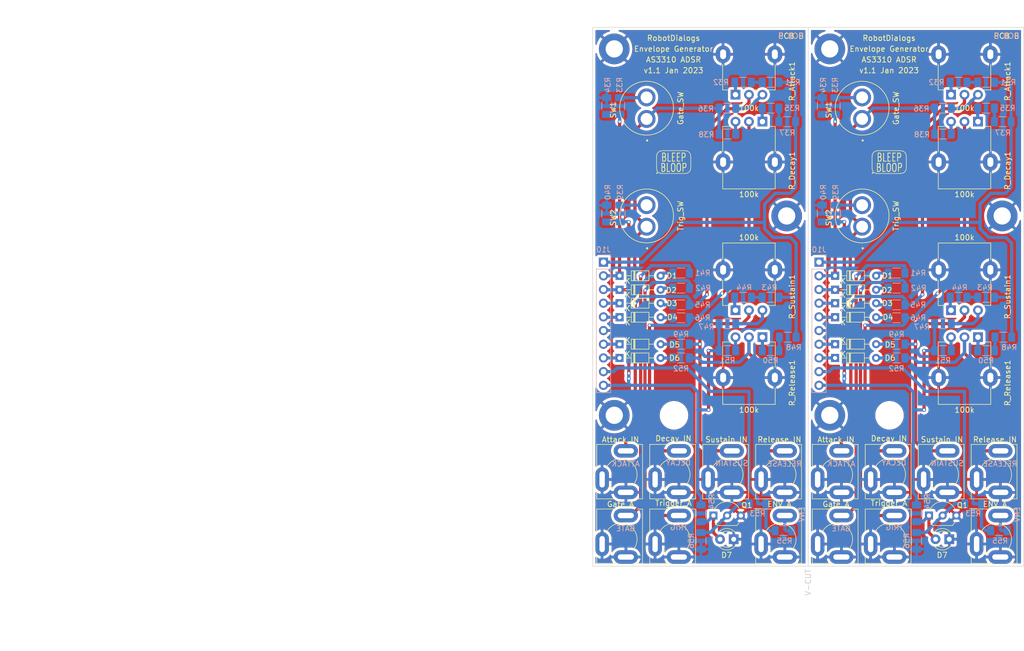
<source format=kicad_pcb>
(kicad_pcb (version 20211014) (generator pcbnew)
  (title_block (title "Envelope Generator AS3310") (date "2023-01-10") (rev "1.1") (company "RobotDialogs"))
  (layers (0 "F.Cu" signal) (31 "B.Cu" signal) (34 "B.Paste" user) (35 "F.Paste" user) (36 "B.SilkS" user "B.Silkscreen") (37 "F.SilkS" user "F.Silkscreen") (38 "B.Mask" user) (39 "F.Mask" user) (44 "Edge.Cuts" user))
  (net 0 "")
  (net 1 "+12V")
  (net 2 "GND")
  (net 3 "-12V")
  (net 4 "Net-(D2-Pad2)")
  (net 5 "Net-(J2-PadT)")
  (net 6 "Net-(D1-Pad2)")
  (net 7 "Net-(D5-Pad2)")
  (net 8 "Net-(D6-Pad2)")
  (net 9 "Net-(D7-Pad2)")
  (net 10 "Net-(D3-Pad2)")
  (net 11 "Net-(D4-Pad2)")
  (net 12 "Net-(Q1-Pad2)")
  (net 13 "Net-(J3-PadT)")
  (net 14 "Net-(J4-PadT)")
  (net 15 "Net-(J5-PadT)")
  (net 16 "Net-(J6-PadT)")
  (net 17 "Net-(R35-Pad2)")
  (net 18 "Net-(R36-Pad2)")
  (net 19 "Net-(R39-Pad1)")
  (net 20 "Net-(J7-PadT)")
  (net 21 "Net-(R31-Pad1)")
  (net 22 "Net-(R32-Pad1)")
  (net 23 "Net-(R33-Pad1)")
  (net 24 "Net-(R35-Pad1)")
  (net 25 "Net-(R38-Pad2)")
  (net 26 "Net-(R43-Pad1)")
  (net 27 "Net-(J8-PadT)")
  (net 28 "Net-(R44-Pad1)")
  (net 29 "Net-(R47-Pad2)")
  (net 30 "Net-(R48-Pad1)")
  (net 31 "FROM_GATE")
  (net 32 "FROM_TRIG")
  (net 33 "FROM_ATT")
  (net 34 "FROM_DEC")
  (net 35 "FROM_SUS")
  (net 36 "FROM_REL")
  (net 37 "TO_OUT")
  (net 38 "Net-(R50-Pad1)")
  (net 39 "Net-(R51-Pad2)")
  (footprint "My Stuff:SW_PS1024ALRED" (layer "F.Cu") (at 150 85 90)
    (fp_text reference "SW2")
    (fp_text value "Trig_SW")
  )
  (footprint "MountingHole:MountingHole_4.3mm_M4_ISO14580" (layer "F.Cu") (at 155.083333 122)
    (fp_text reference "H7" hide)
    (fp_text value "TrimPotHole")
  )
  (footprint "Diode_THT:D_DO-34_SOD68_P7.62mm_Horizontal" (layer "F.Cu") (at 144.985 96.1)
    (fp_text reference "D1")
    (fp_text value "D")
  )
  (footprint "My Stuff:SW_PS1024ALRED" (layer "F.Cu") (at 150 65 90)
    (fp_text reference "SW1")
    (fp_text value "Gate_SW")
  )
  (footprint "My Stuff:Logo1" (layer "F.Cu") (at 195 75)
    (fp_text reference "LOGO1" hide)
    (fp_text value "logo1" hide)
  )
  (footprint "My Stuff:LED_D3.0mm" (layer "F.Cu") (at 204.9 145 180)
    (fp_text reference "D7")
    (fp_text value "LED_A")
  )
  (footprint "Diode_THT:D_DO-34_SOD68_P7.62mm_Horizontal" (layer "F.Cu") (at 144.985 98.7)
    (fp_text reference "D2")
    (fp_text value "D")
  )
  (footprint "Package_TO_SOT_THT:TO-92_Inline_Wide" (layer "F.Cu") (at 162.41 140.6)
    (fp_text reference "Q1")
    (fp_text value "2N3906")
  )
  (footprint "My Stuff:Potentiometer_Alpha_RD901F-40-00D_Single_Vertical_w_3d" (layer "F.Cu") (at 209 55 90)
    (fp_text reference "R_Attack1")
    (fp_text value "100k")
  )
  (footprint "MountingHole:MountingHole_3.2mm_M3_ISO7380_Pad_TopBottom" (layer "F.Cu") (at 176 85)
    (fp_text reference "H4" hide)
    (fp_text value "MountingHole_Pad")
  )
  (footprint "My Stuff:SW_PS1024ALRED" (layer "F.Cu") (at 190 65 90)
    (fp_text reference "SW1")
    (fp_text value "Gate_SW")
  )
  (footprint "My Stuff:Jack_3.5mm_MJ-355W_Vertical" (layer "F.Cu") (at 204.916666 133)
    (fp_text reference "J4")
    (fp_text value "Sustain_IN")
  )
  (footprint "MountingHole:MountingHole_3.2mm_M3_ISO7380_Pad_TopBottom" (layer "F.Cu") (at 144 122)
    (fp_text reference "H6" hide)
    (fp_text value "MountingHole_Pad")
  )
  (footprint "My Stuff:Potentiometer_Alpha_RD901F-40-00D_Single_Vertical_w_3d" (layer "F.Cu") (at 209 75 -90)
    (fp_text reference "R_Decay1")
    (fp_text value "100k")
  )
  (footprint "My Stuff:Jack_3.5mm_MJ-355W_Vertical" (layer "F.Cu") (at 145.25 133)
    (fp_text reference "J2")
    (fp_text value "Attack_IN")
  )
  (footprint "My Stuff:Potentiometer_Alpha_RD901F-40-00D_Single_Vertical_w_3d" (layer "F.Cu") (at 209 115 -90)
    (fp_text reference "R_Release1")
    (fp_text value "100k")
  )
  (footprint "My Stuff:Jack_3.5mm_MJ-355W_Vertical" (layer "F.Cu") (at 195.083333 133)
    (fp_text reference "J3")
    (fp_text value "Decay_IN")
  )
  (footprint "My Stuff:Jack_3.5mm_MJ-355W_Vertical" (layer "F.Cu") (at 155.083333 133)
    (fp_text reference "J3")
    (fp_text value "Decay_IN")
  )
  (footprint "MountingHole:MountingHole_3.2mm_M3_ISO7380_Pad_TopBottom" (layer "F.Cu") (at 144 54)
    (fp_text reference "H2" hide)
    (fp_text value "MountingHole_Pad")
  )
  (footprint "My Stuff:Logo1" (layer "F.Cu") (at 155 75)
    (fp_text reference "LOGO1" hide)
    (fp_text value "logo1" hide)
  )
  (footprint "My Stuff:Jack_3.5mm_MJ-355W_Vertical" (layer "F.Cu") (at 185.25 145)
    (fp_text reference "J6")
    (fp_text value "Gate_A")
  )
  (footprint "My Stuff:Jack_3.5mm_MJ-355W_Vertical" (layer "F.Cu") (at 214.75 133)
    (fp_text reference "J5")
    (fp_text value "Release_IN")
  )
  (footprint "Package_TO_SOT_THT:TO-92_Inline_Wide" (layer "F.Cu") (at 202.41 140.6)
    (fp_text reference "Q1")
    (fp_text value "2N3906")
  )
  (footprint "My Stuff:Potentiometer_Alpha_RD901F-40-00D_Single_Vertical_w_3d" (layer "F.Cu") (at 169 55 90)
    (fp_text reference "R_Attack1")
    (fp_text value "100k")
  )
  (footprint "Diode_THT:D_DO-34_SOD68_P7.62mm_Horizontal" (layer "F.Cu") (at 144.985 101.2)
    (fp_text reference "D3")
    (fp_text value "D")
  )
  (footprint "My Stuff:SW_PS1024ALRED" (layer "F.Cu") (at 190 85 90)
    (fp_text reference "SW2")
    (fp_text value "Trig_SW")
  )
  (footprint "My Stuff:Jack_3.5mm_MJ-355W_Vertical" (layer "F.Cu") (at 185.25 133)
    (fp_text reference "J2")
    (fp_text value "Attack_IN")
  )
  (footprint "Diode_THT:D_DO-34_SOD68_P7.62mm_Horizontal" (layer "F.Cu") (at 184.985 101.2)
    (fp_text reference "D3")
    (fp_text value "D")
  )
  (footprint "My Stuff:Jack_3.5mm_MJ-355W_Vertical" (layer "F.Cu") (at 214.75 145)
    (fp_text reference "J8")
    (fp_text value "ENV_A")
  )
  (footprint "MountingHole:MountingHole_4.3mm_M4_ISO14580" (layer "F.Cu") (at 195.083333 122)
    (fp_text reference "H7" hide)
    (fp_text value "TrimPotHole")
  )
  (footprint "Diode_THT:D_DO-34_SOD68_P7.62mm_Horizontal" (layer "F.Cu") (at 184.985 96.1)
    (fp_text reference "D1")
    (fp_text value "D")
  )
  (footprint "MountingHole:MountingHole_3.2mm_M3_ISO7380_Pad_TopBottom" (layer "F.Cu") (at 216 85)
    (fp_text reference "H4" hide)
    (fp_text value "MountingHole_Pad")
  )
  (footprint "My Stuff:Potentiometer_Alpha_RD901F-40-00D_Single_Vertical_w_3d" (layer "F.Cu") (at 209 95 90)
    (fp_text reference "R_Sustain1")
    (fp_text value "100k")
  )
  (footprint "Diode_THT:D_DO-34_SOD68_P7.62mm_Horizontal" (layer "F.Cu") (at 144.985 103.8)
    (fp_text reference "D4")
    (fp_text value "D")
  )
  (footprint "My Stuff:Jack_3.5mm_MJ-355W_Vertical" (layer "F.Cu") (at 155.083333 145)
    (fp_text reference "J7")
    (fp_text value "Trigger_A")
  )
  (footprint "My Stuff:Jack_3.5mm_MJ-355W_Vertical" (layer "F.Cu") (at 164.916666 133)
    (fp_text reference "J4")
    (fp_text value "Sustain_IN")
  )
  (footprint "Diode_THT:D_DO-34_SOD68_P7.62mm_Horizontal" (layer "F.Cu") (at 184.985 108.8)
    (fp_text reference "D5")
    (fp_text value "D")
  )
  (footprint "My Stuff:Jack_3.5mm_MJ-355W_Vertical" (layer "F.Cu") (at 145.25 145)
    (fp_text reference "J6")
    (fp_text value "Gate_A")
  )
  (footprint "Diode_THT:D_DO-34_SOD68_P7.62mm_Horizontal" (layer "F.Cu") (at 144.975 111.36)
    (fp_text reference "D6")
    (fp_text value "D")
  )
  (footprint "My Stuff:Jack_3.5mm_MJ-355W_Vertical" (layer "F.Cu") (at 195.083333 145)
    (fp_text reference "J7")
    (fp_text value "Trigger_A")
  )
  (footprint "Diode_THT:D_DO-34_SOD68_P7.62mm_Horizontal" (layer "F.Cu") (at 144.985 108.8)
    (fp_text reference "D5")
    (fp_text value "D")
  )
  (footprint "MountingHole:MountingHole_3.2mm_M3_ISO7380_Pad_TopBottom" (layer "F.Cu") (at 184 122)
    (fp_text reference "H6" hide)
    (fp_text value "MountingHole_Pad")
  )
  (footprint "My Stuff:Jack_3.5mm_MJ-355W_Vertical" (layer "F.Cu") (at 174.75 133)
    (fp_text reference "J5")
    (fp_text value "Release_IN")
  )
  (footprint "Diode_THT:D_DO-34_SOD68_P7.62mm_Horizontal" (layer "F.Cu") (at 184.975 111.36)
    (fp_text reference "D6")
    (fp_text value "D")
  )
  (footprint "Diode_THT:D_DO-34_SOD68_P7.62mm_Horizontal" (layer "F.Cu") (at 184.985 103.8)
    (fp_text reference "D4")
    (fp_text value "D")
  )
  (footprint "Diode_THT:D_DO-34_SOD68_P7.62mm_Horizontal" (layer "F.Cu") (at 184.985 98.7)
    (fp_text reference "D2")
    (fp_text value "D")
  )
  (footprint "My Stuff:Jack_3.5mm_MJ-355W_Vertical" (layer "F.Cu") (at 174.75 145)
    (fp_text reference "J8")
    (fp_text value "ENV_A")
  )
  (footprint "My Stuff:Potentiometer_Alpha_RD901F-40-00D_Single_Vertical_w_3d" (layer "F.Cu") (at 169 75 -90)
    (fp_text reference "R_Decay1")
    (fp_text value "100k")
  )
  (footprint "My Stuff:Potentiometer_Alpha_RD901F-40-00D_Single_Vertical_w_3d" (layer "F.Cu") (at 169 115 -90)
    (fp_text reference "R_Release1")
    (fp_text value "100k")
  )
  (footprint "My Stuff:Potentiometer_Alpha_RD901F-40-00D_Single_Vertical_w_3d" (layer "F.Cu") (at 169 95 90)
    (fp_text reference "R_Sustain1")
    (fp_text value "100k")
  )
  (footprint "MountingHole:MountingHole_3.2mm_M3_ISO7380_Pad_TopBottom" (layer "F.Cu") (at 184 54)
    (fp_text reference "H2" hide)
    (fp_text value "MountingHole_Pad")
  )
  (footprint "My Stuff:LED_D3.0mm" (layer "F.Cu") (at 164.9 145 180)
    (fp_text reference "D7")
    (fp_text value "LED_A")
  )
  (footprint "Resistor_SMD:R_1206_3216Metric_Pad1.30x1.75mm_HandSolder" (layer "B.Cu") (at 196.4 108.8 180)
    (fp_text reference "R49")
    (fp_text value "1k")
  )
  (footprint "Resistor_SMD:R_1206_3216Metric_Pad1.30x1.75mm_HandSolder" (layer "B.Cu") (at 196.39 111.36 180)
    (fp_text reference "R52")
    (fp_text value "1k")
  )
  (footprint "Resistor_SMD:R_1206_3216Metric_Pad1.30x1.75mm_HandSolder" (layer "B.Cu") (at 207.9 60.2)
    (fp_text reference "R32")
    (fp_text value "100k")
  )
  (footprint "Resistor_SMD:R_1206_3216Metric_Pad1.30x1.75mm_HandSolder" (layer "B.Cu") (at 167.9 100.1)
    (fp_text reference "R44")
    (fp_text value "100k")
  )
  (footprint "Resistor_SMD:R_1206_3216Metric_Pad1.30x1.75mm_HandSolder" (layer "B.Cu") (at 196.4 95.6 180)
    (fp_text reference "R41")
    (fp_text value "1k")
  )
  (footprint "Resistor_SMD:R_1206_3216Metric_Pad1.30x1.75mm_HandSolder" (layer "B.Cu") (at 213 100.1)
    (fp_text reference "R43")
    (fp_text value "10k")
  )
  (footprint "Resistor_SMD:R_1206_3216Metric_Pad1.30x1.75mm_HandSolder" (layer "B.Cu") (at 173 60.2)
    (fp_text reference "R31")
    (fp_text value "10k")
  )
  (footprint "Resistor_SMD:R_1206_3216Metric_Pad1.30x1.75mm_HandSolder" (layer "B.Cu") (at 213 110)
    (fp_text reference "R50")
    (fp_text value "100k")
  )
  (footprint "Resistor_SMD:R_1206_3216Metric_Pad1.30x1.75mm_HandSolder" (layer "B.Cu") (at 165 65)
    (fp_text reference "R36")
    (fp_text value "10k")
  )
  (footprint "Resistor_SMD:R_1206_3216Metric_Pad1.30x1.75mm_HandSolder" (layer "B.Cu") (at 142.6 64.6 90)
    (fp_text reference "R34")
    (fp_text value "10k")
  )
  (footprint "Resistor_SMD:R_1206_3216Metric_Pad1.30x1.75mm_HandSolder" (layer "B.Cu") (at 205 105)
    (fp_text reference "R47")
    (fp_text value "10k")
  )
  (footprint "Resistor_SMD:R_1206_3216Metric_Pad1.30x1.75mm_HandSolder" (layer "B.Cu") (at 176.2 107.5)
    (fp_text reference "R48")
    (fp_text value "10k")
  )
  (footprint "Resistor_SMD:R_1206_3216Metric_Pad1.30x1.75mm_HandSolder" (layer "B.Cu") (at 165 69.8)
    (fp_text reference "R38")
    (fp_text value "10k")
  )
  (footprint "Resistor_SMD:R_1206_3216Metric_Pad1.30x1.75mm_HandSolder" (layer "B.Cu") (at 175.4 143.4 180)
    (fp_text reference "R55")
    (fp_text value "1k")
  )
  (footprint "Resistor_SMD:R_1206_3216Metric_Pad1.30x1.75mm_HandSolder" (layer "B.Cu") (at 216.1 67.5)
    (fp_text reference "R37")
    (fp_text value "10k")
  )
  (footprint "Resistor_SMD:R_1206_3216Metric_Pad1.30x1.75mm_HandSolder" (layer "B.Cu") (at 216.2 107.5)
    (fp_text reference "R48")
    (fp_text value "10k")
  )
  (footprint "Resistor_SMD:R_1206_3216Metric_Pad1.30x1.75mm_HandSolder" (layer "B.Cu") (at 200.1 145.3 -90)
    (fp_text reference "R56")
    (fp_text value "22k")
  )
  (footprint "Resistor_SMD:R_1206_3216Metric_Pad1.30x1.75mm_HandSolder" (layer "B.Cu") (at 173 100.1)
    (fp_text reference "R43")
    (fp_text value "10k")
  )
  (footprint "Resistor_SMD:R_1206_3216Metric_Pad1.30x1.75mm_HandSolder" (layer "B.Cu") (at 156.4 98.4 180)
    (fp_text reference "R42")
    (fp_text value "1k")
  )
  (footprint "Resistor_SMD:R_1206_3216Metric_Pad1.30x1.75mm_HandSolder" (layer "B.Cu") (at 215.4 143.4 180)
    (fp_text reference "R55")
    (fp_text value "1k")
  )
  (footprint "Resistor_SMD:R_1206_3216Metric_Pad1.30x1.75mm_HandSolder" (layer "B.Cu") (at 167.9 60.2)
    (fp_text reference "R32")
    (fp_text value "100k")
  )
  (footprint "Resistor_SMD:R_1206_3216Metric_Pad1.30x1.75mm_HandSolder" (layer "B.Cu") (at 213 60.2)
    (fp_text reference "R31")
    (fp_text value "10k")
  )
  (footprint "Resistor_SMD:R_1206_3216Metric_Pad1.30x1.75mm_HandSolder" (layer "B.Cu") (at 156.4 108.8 180)
    (fp_text reference "R49")
    (fp_text value "1k")
  )
  (footprint "Resistor_SMD:R_1206_3216Metric_Pad1.30x1.75mm_HandSolder" (layer "B.Cu") (at 182.6 64.6 90)
    (fp_text reference "R34")
    (fp_text value "10k")
  )
  (footprint "Resistor_SMD:R_1206_3216Metric_Pad1.30x1.75mm_HandSolder" (layer "B.Cu") (at 142.6 84.550001 90)
    (fp_text reference "R40")
    (fp_text value "10k")
  )
  (footprint "Resistor_SMD:R_1206_3216Metric_Pad1.30x1.75mm_HandSolder" (layer "B.Cu") (at 205 69.8)
    (fp_text reference "R38")
    (fp_text value "10k")
  )
  (footprint "Resistor_SMD:R_1206_3216Metric_Pad1.30x1.75mm_HandSolder" (layer "B.Cu") (at 182.6 84.550001 90)
    (fp_text reference "R40")
    (fp_text value "10k")
  )
  (footprint "Resistor_SMD:R_1206_3216Metric_Pad1.30x1.75mm_HandSolder" (layer "B.Cu") (at 205 110)
    (fp_text reference "R51")
    (fp_text value "10k")
  )
  (footprint "Resistor_SMD:R_1206_3216Metric_Pad1.30x1.75mm_HandSolder" (layer "B.Cu") (at 185 64.6 -90)
    (fp_text reference "R33")
    (fp_text value "4.7k")
  )
  (footprint "Resistor_SMD:R_1206_3216Metric_Pad1.30x1.75mm_HandSolder" (layer "B.Cu") (at 165 110)
    (fp_text reference "R51")
    (fp_text value "10k")
  )
  (footprint "Resistor_SMD:R_1206_3216Metric_Pad1.30x1.75mm_HandSolder" (layer "B.Cu") (at 156.4 95.6 180)
    (fp_text reference "R41")
    (fp_text value "1k")
  )
  (footprint "Resistor_SMD:R_1206_3216Metric_Pad1.30x1.75mm_HandSolder" (layer "B.Cu") (at 165 105)
    (fp_text reference "R47")
    (fp_text value "10k")
  )
  (footprint "Resistor_SMD:R_1206_3216Metric_Pad1.30x1.75mm_HandSolder" (layer "B.Cu") (at 176.1 67.5)
    (fp_text reference "R37")
    (fp_text value "10k")
  )
  (footprint "Resistor_SMD:R_1206_3216Metric_Pad1.30x1.75mm_HandSolder" (layer "B.Cu") (at 173 65)
    (fp_text reference "R35")
    (fp_text value "100k")
  )
  (footprint "Resistor_SMD:R_1206_3216Metric_Pad1.30x1.75mm_HandSolder" (layer "B.Cu") (at 200.1 140.2 -90)
    (fp_text reference "R54")
    (fp_text value "3.3k")
  )
  (footprint "Resistor_SMD:R_1206_3216Metric_Pad1.30x1.75mm_HandSolder" (layer "B.Cu") (at 207.9 100.1)
    (fp_text reference "R44")
    (fp_text value "100k")
  )
  (footprint "Resistor_SMD:R_1206_3216Metric_Pad1.30x1.75mm_HandSolder" (layer "B.Cu") (at 210.6 138.4)
    (fp_text reference "R53")
    (fp_text value "100k")
  )
  (footprint "Resistor_SMD:R_1206_3216Metric_Pad1.30x1.75mm_HandSolder" (layer "B.Cu") (at 185.099999 84.55 -90)
    (fp_text reference "R39")
    (fp_text value "4.7k")
  )
  (footprint "Resistor_SMD:R_1206_3216Metric_Pad1.30x1.75mm_HandSolder" (layer "B.Cu") (at 156.39 111.36 180)
    (fp_text reference "R52")
    (fp_text value "1k")
  )
  (footprint "Resistor_SMD:R_1206_3216Metric_Pad1.30x1.75mm_HandSolder" (layer "B.Cu") (at 160.1 140.2 -90)
    (fp_text reference "R54")
    (fp_text value "3.3k")
  )
  (footprint "Resistor_SMD:R_1206_3216Metric_Pad1.30x1.75mm_HandSolder" (layer "B.Cu") (at 156.4 101.5 180)
    (fp_text reference "R45")
    (fp_text value "1k")
  )
  (footprint "Resistor_SMD:R_1206_3216Metric_Pad1.30x1.75mm_HandSolder" (layer "B.Cu") (at 145.099999 84.55 -90)
    (fp_text reference "R39")
    (fp_text value "4.7k")
  )
  (footprint "Resistor_SMD:R_1206_3216Metric_Pad1.30x1.75mm_HandSolder" (layer "B.Cu") (at 205 65)
    (fp_text reference "R36")
    (fp_text value "10k")
  )
  (footprint "Resistor_SMD:R_1206_3216Metric_Pad1.30x1.75mm_HandSolder" (layer "B.Cu") (at 170.6 138.4)
    (fp_text reference "R53")
    (fp_text value "100k")
  )
  (footprint "Resistor_SMD:R_1206_3216Metric_Pad1.30x1.75mm_HandSolder" (layer "B.Cu") (at 160.1 145.3 -90)
    (fp_text reference "R56")
    (fp_text value "22k")
  )
  (footprint "Resistor_SMD:R_1206_3216Metric_Pad1.30x1.75mm_HandSolder" (layer "B.Cu") (at 213 65)
    (fp_text reference "R35")
    (fp_text value "100k")
  )
  (footprint "Connector_PinHeader_2.54mm:PinHeader_1x10_P2.54mm_Vertical" (layer "B.Cu") (at 182 93.575 180)
    (fp_text reference "J10")
    (fp_text value "Conn_01x10")
  )
  (footprint "Connector_PinHeader_2.54mm:PinHeader_1x10_P2.54mm_Vertical" (layer "B.Cu") (at 142 93.575 180)
    (fp_text reference "J10")
    (fp_text value "Conn_01x10")
  )
  (footprint "Resistor_SMD:R_1206_3216Metric_Pad1.30x1.75mm_HandSolder" (layer "B.Cu") (at 196.4 103.9 180)
    (fp_text reference "R46")
    (fp_text value "1k")
  )
  (footprint "Resistor_SMD:R_1206_3216Metric_Pad1.30x1.75mm_HandSolder" (layer "B.Cu") (at 156.4 103.9 180)
    (fp_text reference "R46")
    (fp_text value "1k")
  )
  (footprint "Resistor_SMD:R_1206_3216Metric_Pad1.30x1.75mm_HandSolder" (layer "B.Cu") (at 173 110)
    (fp_text reference "R50")
    (fp_text value "100k")
  )
  (footprint "Resistor_SMD:R_1206_3216Metric_Pad1.30x1.75mm_HandSolder" (layer "B.Cu") (at 196.4 98.4 180)
    (fp_text reference "R42")
    (fp_text value "1k")
  )
  (footprint "Resistor_SMD:R_1206_3216Metric_Pad1.30x1.75mm_HandSolder" (layer "B.Cu") (at 196.4 101.5 180)
    (fp_text reference "R45")
    (fp_text value "1k")
  )
  (footprint "Resistor_SMD:R_1206_3216Metric_Pad1.30x1.75mm_HandSolder" (layer "B.Cu") (at 145 64.6 -90)
    (fp_text reference "R33")
    (fp_text value "4.7k")
  )
  (gr_rect (start 140 50) (end 220 150) (layer "Edge.Cuts") (width 0.1) (fill none))
  (gr_line (start 180 150) (end 180 50) (layer "Edge.Cuts") (width 0.1))
  (gr_text "GATE" (at 186.1 143) (layer "B.SilkS") (effects (font (size 1 1)) (justify mirror)))
  (gr_text "RELEASE" (at 215.6 131) (layer "B.SilkS") (effects (font (size 1 1)) (justify mirror)))
  (gr_text "ATTACK" (at 146.1 131) (layer "B.SilkS") (effects (font (size 1 1)) (justify mirror)))
  (gr_text "ATTACK" (at 186.1 131) (layer "B.SilkS") (effects (font (size 1 1)) (justify mirror)))
  (gr_text "TRIG" (at 156 142.8) (layer "B.SilkS") (effects (font (size 1 1)) (justify mirror)))
  (gr_text "SUSTAIN" (at 205.8 130.9) (layer "B.SilkS") (effects (font (size 1 1)) (justify mirror)))
  (gr_text "DECAY" (at 155.9 130.8) (layer "B.SilkS") (effects (font (size 1 1)) (justify mirror)))
  (gr_text "DECAY" (at 195.9 130.8) (layer "B.SilkS") (effects (font (size 1 1)) (justify mirror)))
  (gr_text "PCB B" (at 176.8 51.6) (layer "B.SilkS") (effects (font (size 1 1)) (justify mirror)))
  (gr_text "SUSTAIN" (at 165.8 130.9) (layer "B.SilkS") (effects (font (size 1 1)) (justify mirror)))
  (gr_text "TRIG" (at 196 142.8) (layer "B.SilkS") (effects (font (size 1 1)) (justify mirror)))
  (gr_text "ENV" (at 218.8 140.4 90) (layer "B.SilkS") (effects (font (size 1 1)) (justify mirror)))
  (gr_text "ENV" (at 178.8 140.4 90) (layer "B.SilkS") (effects (font (size 1 1)) (justify mirror)))
  (gr_text "PCB B" (at 216.8 51.6) (layer "B.SilkS") (effects (font (size 1 1)) (justify mirror)))
  (gr_text "GATE" (at 146.1 143) (layer "B.SilkS") (effects (font (size 1 1)) (justify mirror)))
  (gr_text "RELEASE" (at 175.6 131) (layer "B.SilkS") (effects (font (size 1 1)) (justify mirror)))
  (gr_text "PCB B" (at 216.8 51.6) (layer "F.SilkS") (effects (font (size 1 1))))
  (gr_text "AS3310 ADSR" (at 195 56) (layer "F.SilkS") (effects (font (size 1 1))))
  (gr_text "Envelope Generator" (at 155 54) (layer "F.SilkS") (effects (font (size 1 1))))
  (gr_text "v1.1 Jan 2023" (at 195 58) (layer "F.SilkS") (effects (font (size 1 1))))
  (gr_text "RobotDialogs\n" (at 155 52) (layer "F.SilkS") (effects (font (size 1 1))))
  (gr_text "PCB B" (at 176.8 51.6) (layer "F.SilkS") (effects (font (size 1 1))))
  (gr_text "RobotDialogs\n" (at 195 52) (layer "F.SilkS") (effects (font (size 1 1))))
  (gr_text "Envelope Generator" (at 195 54) (layer "F.SilkS") (effects (font (size 1 1))))
  (gr_text "v1.1 Jan 2023" (at 155 58) (layer "F.SilkS") (effects (font (size 1 1))))
  (gr_text "AS3310 ADSR" (at 155 56) (layer "F.SilkS") (effects (font (size 1 1))))
  (gr_text "V-CUT" (at 180 153 90) (layer "Edge.Cuts") (effects (font (size 1 1))))
  (segment (start 187.840489 84.840489) (end 187.840489 69.159511) (width 0.6) (layer "F.Cu") (net 1))
  (segment (start 186.7 100.9) (end 187.8 99.8) (width 0.6) (layer "F.Cu") (net 1))
  (segment (start 147.840489 84.840489) (end 147.840489 69.159511) (width 0.6) (layer "F.Cu") (net 1))
  (segment (start 161.5 110) (end 161.5 121) (width 0.6) (layer "F.Cu") (net 1))
  (segment (start 187.8 99.8) (end 187.8 89.2) (width 0.6) (layer "F.Cu") (net 1))
  (segment (start 147.840489 69.159511) (end 150 67) (width 0.6) (layer "F.Cu") (net 1))
  (segment (start 186.7 114.2) (end 186.7 100.9) (width 0.6) (layer "F.Cu") (net 1))
  (segment (start 187.8 89.2) (end 190 87) (width 0.6) (layer "F.Cu") (net 1))
  (segment (start 146.7 114.2) (end 146.7 100.9) (width 0.6) (layer "F.Cu") (net 1))
  (segment (start 201.5 110) (end 201.5 121) (width 0.6) (layer "F.Cu") (net 1))
  (segment (start 187.840489 69.159511) (end 190 67) (width 0.6) (layer "F.Cu") (net 1))
  (segment (start 146.7 100.9) (end 147.8 99.8) (width 0.6) (layer "F.Cu") (net 1))
  (segment (start 190 87) (end 187.840489 84.840489) (width 0.6) (layer "F.Cu") (net 1))
  (segment (start 146.7 115.2) (end 146.7 114.2) (width 0.6) (layer "F.Cu") (net 1))
  (segment (start 147.8 99.8) (end 147.8 89.2) (width 0.6) (layer "F.Cu") (net 1))
  (segment (start 186.7 115.2) (end 186.7 114.2) (width 0.6) (layer "F.Cu") (net 1))
  (segment (start 150 87) (end 147.840489 84.840489) (width 0.6) (layer "F.Cu") (net 1))
  (segment (start 147.8 89.2) (end 150 87) (width 0.6) (layer "F.Cu") (net 1))
  (via (at 161.5 121) (size 0.7) (drill 0.4) (layers "F.Cu" "B.Cu") (net 1))
  (via (at 186.7 115.2) (size 0.7) (drill 0.4) (layers "F.Cu" "B.Cu") (net 1))
  (via (at 201.5 110) (size 0.7) (drill 0.4) (layers "F.Cu" "B.Cu") (net 1))
  (via (at 201.5 121) (size 0.7) (drill 0.4) (layers "F.Cu" "B.Cu") (net 1))
  (via (at 161.5 110) (size 0.7) (drill 0.4) (layers "F.Cu" "B.Cu") (net 1))
  (via (at 146.7 114.2) (size 0.7) (drill 0.4) (layers "F.Cu" "B.Cu") (net 1))
  (via (at 186.7 114.2) (size 0.7) (drill 0.4) (layers "F.Cu" "B.Cu") (net 1))
  (via (at 146.7 115.2) (size 0.7) (drill 0.4) (layers "F.Cu" "B.Cu") (net 1))
  (segment (start 199.5 136.4) (end 199.5 121) (width 0.6) (layer "B.Cu") (net 1))
  (segment (start 201.5 121) (end 199.5 121) (width 0.6) (layer "B.Cu") (net 1))
  (segment (start 186.665 115.235) (end 186.7 115.2) (width 0.6) (layer "B.Cu") (net 1))
  (segment (start 203.45 110) (end 201.5 110) (width 0.6) (layer "B.Cu") (net 1))
  (segment (start 146.7 114.2) (end 146.7 115.2) (width 0.6) (layer "B.Cu") (net 1))
  (segment (start 203.45 110) (end 203.45 105) (width 0.6) (layer "B.Cu") (net 1))
  (segment (start 186.7 114.2) (end 186.7 115.2) (width 0.6) (layer "B.Cu") (net 1))
  (segment (start 146.665 116.435) (end 146.665 115.235) (width 0.6) (layer "B.Cu") (net 1))
  (segment (start 203.45 69.8) (end 203.45 65) (width 0.6) (layer "B.Cu") (net 1))
  (segment (start 203.45 65) (end 192 65) (width 0.6) (layer "B.Cu") (net 1))
  (segment (start 161.5 121) (end 159.5 121) (width 0.6) (layer "B.Cu") (net 1))
  (segment (start 186.665 116.435) (end 186.665 115.235) (width 0.6) (layer "B.Cu") (net 1))
  (segment (start 159.5 117.67) (end 158.265 116.435) (width 0.6) (layer "B.Cu") (net 1))
  (segment (start 199.5 121) (end 199.5 117.67) (width 0.6) (layer "B.Cu") (net 1))
  (segment (start 146.665 115.235) (end 146.7 115.2) (width 0.6) (layer "B.Cu") (net 1))
  (segment (start 182 116.435) (end 186.665 116.435) (width 0.6) (layer "B.Cu") (net 1))
  (segment (start 192 65) (end 190 67) (width 0.6) (layer "B.Cu") (net 1))
  (segment (start 146.665 116.435) (end 158.265 116.435) (width 0.6) (layer "B.Cu") (net 1))
  (segment (start 200.1 137) (end 199.5 136.4) (width 0.6) (layer "B.Cu") (net 1))
  (segment (start 163.45 65) (end 152 65) (width 0.6) (layer "B.Cu") (net 1))
  (segment (start 163.45 110) (end 163.45 105) (width 0.6) (layer "B.Cu") (net 1))
  (segment (start 159.5 136.4) (end 159.5 121) (width 0.6) (layer "B.Cu") (net 1))
  (segment (start 160.1 137) (end 159.5 136.4) (width 0.6) (layer "B.Cu") (net 1))
  (segment (start 142 116.435) (end 146.665 116.435) (width 0.6) (layer "B.Cu") (net 1))
  (segment (start 163.45 110) (end 161.5 110) (width 0.6) (layer "B.Cu") (net 1))
  (segment (start 160.1 138.65) (end 160.1 137) (width 0.6) (layer "B.Cu") (net 1))
  (segment (start 186.665 116.435) (end 198.265 116.435) (width 0.6) (layer "B.Cu") (net 1))
  (segment (start 159.5 121) (end 159.5 117.67) (width 0.6) (layer "B.Cu") (net 1))
  (segment (start 152 65) (end 150 67) (width 0.6) (layer "B.Cu") (net 1))
  (segment (start 199.5 117.67) (end 198.265 116.435) (width 0.6) (layer "B.Cu") (net 1))
  (segment (start 200.1 138.65) (end 200.1 137) (width 0.6) (layer "B.Cu") (net 1))
  (segment (start 163.45 69.8) (end 163.45 65) (width 0.6) (layer "B.Cu") (net 1))
  (segment (start 174.55 60.2) (end 177.2 60.2) (width 0.6) (layer "B.Cu") (net 3))
  (segment (start 171.9 86.2) (end 171.9 87.4) (width 0.6) (layer "B.Cu") (net 3))
  (segment (start 217.65 67.5) (end 217.65 79.75) (width 0.6) (layer "B.Cu") (net 3))
  (segment (start 174.55 100.1) (end 177.7 100.1) (width 0.6) (layer "B.Cu") (net 3))
  (segment (start 211.9 82.8) (end 211.9 86.2) (width 0.6) (layer "B.Cu") (net 3))
  (segment (start 177.65 79.75) (end 176.6 80.8) (width 0.6) (layer "B.Cu") (net 3))
  (segment (start 214.55 60.2) (end 217.2 60.2) (width 0.6) (layer "B.Cu") (net 3))
  (segment (start 177.7 100.1) (end 177.75 100.15) (width 0.6) (layer "B.Cu") (net 3))
  (segment (start 171.9 82.8) (end 171.9 86.2) (width 0.6) (layer "B.Cu") (net 3))
  (segment (start 171.9 87.4) (end 173.5 89) (width 0.6) (layer "B.Cu") (net 3))
  (segment (start 211.9 86.2) (end 211.9 87.4) (width 0.6) (layer "B.Cu") (net 3))
  (segment (start 149.225 93.575) (end 156.6 86.2) (width 0.6) (layer "B.Cu") (net 3))
  (segment (start 214.55 100.1) (end 217.7 100.1) (width 0.6) (layer "B.Cu") (net 3))
  (segment (start 177.2 60.2) (end 177.65 60.65) (width 0.6) (layer "B.Cu") (net 3))
  (segment (start 196.6 86.2) (end 211.9 86.2) (width 0.6) (layer "B.Cu") (net 3))
  (segment (start 216.6 80.8) (end 213.9 80.8) (width 0.6) (layer "B.Cu") (net 3))
  (segment (start 217.65 79.75) (end 216.6 80.8) (width 0.6) (layer "B.Cu") (net 3))
  (segment (start 156.6 86.2) (end 171.9 86.2) (width 0.6) (layer "B.Cu") (net 3))
  (segment (start 211.9 82.8) (end 213.9 80.8) (width 0.6) (layer "B.Cu") (net 3))
  (segment (start 176.7 89) (end 177.75 90.05) (width 0.6) (layer "B.Cu") (net 3))
  (segment (start 171.9 82.8) (end 173.9 80.8) (width 0.6) (layer "B.Cu") (net 3))
  (segment (start 177.65 67.5) (end 177.65 79.75) (width 0.6) (layer "B.Cu") (net 3))
  (segment (start 213.5 89) (end 216.7 89) (width 0.6) (layer "B.Cu") (net 3))
  (segment (start 142 93.575) (end 149.225 93.575) (width 0.6) (layer "B.Cu") (net 3))
  (segment (start 211.9 87.4) (end 213.5 89) (width 0.6) (layer "B.Cu") (net 3))
  (segment (start 177.75 90.05) (end 177.75 100.15) (width 0.6) (layer "B.Cu") (net 3))
  (segment (start 189.225 93.575) (end 196.6 86.2) (width 0.6) (layer "B.Cu") (net 3))
  (segment (start 217.75 90.05) (end 217.75 100.15) (width 0.6) (layer "B.Cu") (net 3))
  (segment (start 182 93.575) (end 189.225 93.575) (width 0.6) (layer "B.Cu") (net 3))
  (segment (start 216.7 89) (end 217.75 90.05) (width 0.6) (layer "B.Cu") (net 3))
  (segment (start 176.6 80.8) (end 173.9 80.8) (width 0.6) (layer "B.Cu") (net 3))
  (segment (start 217.7 100.1) (end 217.75 100.15) (width 0.6) (layer "B.Cu") (net 3))
  (segment (start 173.5 89) (end 176.7 89) (width 0.6) (layer "B.Cu") (net 3))
  (segment (start 217.75 100.15) (end 217.75 107.5) (width 0.6) (layer "B.Cu") (net 3))
  (segment (start 177.65 60.65) (end 177.65 67.5) (width 0.6) (layer "B.Cu") (net 3))
  (segment (start 217.65 60.65) (end 217.65 67.5) (width 0.6) (layer "B.Cu") (net 3))
  (segment (start 217.2 60.2) (end 217.65 60.65) (width 0.6) (layer "B.Cu") (net 3))
  (segment (start 177.75 100.15) (end 177.75 107.5) (width 0.6) (layer "B.Cu") (net 3))
  (segment (start 152.905 98.4) (end 152.605 98.7) (width 0.6) (layer "B.Cu") (net 4))
  (segment (start 154.85 98.4) (end 152.905 98.4) (width 0.6) (layer "B.Cu") (net 4))
  (segment (start 192.905 98.4) (end 192.605 98.7) (width 0.6) (layer "B.Cu") (net 4))
  (segment (start 194.85 98.4) (end 192.905 98.4) (width 0.6) (layer "B.Cu") (net 4))
  (segment (start 209 64) (end 209 62.5) (width 0.6) (layer "F.Cu") (net 5))
  (segment (start 187.9 101.3) (end 187.9 101.2) (width 0.6) (layer "F.Cu") (net 5))
  (segment (start 147.9 101.3) (end 147.9 101.2) (width 0.6) (layer "F.Cu") (net 5))
  (segment (start 187.9 124.9) (end 187.9 101.3) (width 0.6) (layer "F.Cu") (net 5))
  (segment (start 201.2 68.8) (end 204.9 65.1) (width 0.6) (layer "F.Cu") (net 5))
  (segment (start 164.9 65.1) (end 167.9 65.1) (width 0.6) (layer "F.Cu") (net 5))
  (segment (start 161.2 68.8) (end 164.9 65.1) (width 0.6) (layer "F.Cu") (net 5))
  (segment (start 204.9 65.1) (end 207.9 65.1) (width 0.6) (layer "F.Cu") (net 5))
  (segment (start 186.15 128.6) (end 186.15 126.65) (width 0.6) (layer "F.Cu") (net 5))
  (segment (start 147.9 124.9) (end 147.9 101.3) (width 0.6) (layer "F.Cu") (net 5))
  (segment (start 169 64) (end 169 62.5) (width 0.6) (layer "F.Cu") (net 5))
  (segment (start 146.15 126.65) (end 147.9 124.9) (width 0.6) (layer "F.Cu") (net 5))
  (segment (start 167.9 65.1) (end 169 64) (width 0.6) (layer "F.Cu") (net 5))
  (segment (start 186.15 126.65) (end 187.9 124.9) (width 0.6) (layer "F.Cu") (net 5))
  (segment (start 161.2 99.6) (end 161.2 68.8) (width 0.6) (layer "F.Cu") (net 5))
  (segment (start 207.9 65.1) (end 209 64) (width 0.6) (layer "F.Cu") (net 5))
  (segment (start 201.2 99.6) (end 201.2 68.8) (width 0.6) (layer "F.Cu") (net 5))
  (segment (start 146.15 128.6) (end 146.15 126.65) (width 0.6) (layer "F.Cu") (net 5))
  (via (at 201.2 99.6) (size 0.7) (drill 0.4) (layers "F.Cu" "B.Cu") (net 5))
  (via (at 187.9 101.2) (size 0.7) (drill 0.4) (layers "F.Cu" "B.Cu") (net 5))
  (via (at 147.9 101.2) (size 0.7) (drill 0.4) (layers "F.Cu" "B.Cu") (net 5))
  (via (at 161.2 99.6) (size 0.7) (drill 0.4) (layers "F.Cu" "B.Cu") (net 5))
  (segment (start 159.3 101.5) (end 161.2 99.6) (width 0.6) (layer "B.Cu") (net 5))
  (segment (start 199.3 101.5) (end 201.2 99.6) (width 0.6) (layer "B.Cu") (net 5))
  (segment (start 197.95 101.5) (end 199.3 101.5) (width 0.6) (layer "B.Cu") (net 5))
  (segment (start 147.9 101.2) (end 149.150489 99.949511) (width 0.6) (layer "B.Cu") (net 5))
  (segment (start 197.95 100.45) (end 197.95 101.9) (width 0.6) (layer "B.Cu") (net 5))
  (segment (start 157.95 100.45) (end 157.95 101.9) (width 0.6) (layer "B.Cu") (net 5))
  (segment (start 157.449511 99.949511) (end 157.95 100.45) (width 0.6) (layer "B.Cu") (net 5))
  (segment (start 157.95 101.5) (end 159.3 101.5) (width 0.6) (layer "B.Cu") (net 5))
  (segment (start 149.150489 99.949511) (end 157.449511 99.949511) (width 0.6) (layer "B.Cu") (net 5))
  (segment (start 189.150489 99.949511) (end 197.449511 99.949511) (width 0.6) (layer "B.Cu") (net 5))
  (segment (start 197.449511 99.949511) (end 197.95 100.45) (width 0.6) (layer "B.Cu") (net 5))
  (segment (start 187.9 101.2) (end 189.150489 99.949511) (width 0.6) (layer "B.Cu") (net 5))
  (segment (start 194.85 95.6) (end 193.105 95.6) (width 0.6) (layer "B.Cu") (net 6))
  (segment (start 154.85 95.6) (end 153.105 95.6) (width 0.6) (layer "B.Cu") (net 6))
  (segment (start 153.105 95.6) (end 152.605 96.1) (width 0.6) (layer "B.Cu") (net 6))
  (segment (start 193.105 95.6) (end 192.605 96.1) (width 0.6) (layer "B.Cu") (net 6))
  (segment (start 194.85 108.8) (end 192.605 108.8) (width 0.6) (layer "B.Cu") (net 7))
  (segment (start 154.85 108.8) (end 152.605 108.8) (width 0.6) (layer "B.Cu") (net 7))
  (segment (start 192.595 111.36) (end 194.84 111.36) (width 0.6) (layer "B.Cu") (net 8))
  (segment (start 152.595 111.36) (end 154.84 111.36) (width 0.6) (layer "B.Cu") (net 8))
  (segment (start 202.41 140.6) (end 202.41 143.78) (width 0.6) (layer "F.Cu") (net 9))
  (segment (start 162.41 140.6) (end 162.41 143.78) (width 0.6) (layer "F.Cu") (net 9))
  (segment (start 202.41 143.78) (end 203.63 145) (width 0.6) (layer "F.Cu") (net 9))
  (segment (start 162.41 143.78) (end 163.63 145) (width 0.6) (layer "F.Cu") (net 9))
  (segment (start 201.26 141.75) (end 202.41 140.6) (width 0.6) (layer "B.Cu") (net 9))
  (segment (start 200.1 141.75) (end 201.26 141.75) (width 0.6) (layer "B.Cu") (net 9))
  (segment (start 160.1 141.75) (end 161.26 141.75) (width 0.6) (layer "B.Cu") (net 9))
  (segment (start 161.26 141.75) (end 162.41 140.6) (width 0.6) (layer "B.Cu") (net 9))
  (segment (start 194.85 101.5) (end 192.905 101.5) (width 0.6) (layer "B.Cu") (net 10))
  (segment (start 192.905 101.5) (end 192.605 101.2) (width 0.6) (layer "B.Cu") (net 10))
  (segment (start 152.905 101.5) (end 152.605 101.2) (width 0.6) (layer "B.Cu") (net 10))
  (segment (start 154.85 101.5) (end 152.905 101.5) (width 0.6) (layer "B.Cu") (net 10))
  (segment (start 194.85 103.9) (end 192.705 103.9) (width 0.6) (layer "B.Cu") (net 11))
  (segment (start 154.85 103.9) (end 152.705 103.9) (width 0.6) (layer "B.Cu") (net 11))
  (segment (start 152.705 103.9) (end 152.605 103.8) (width 0.6) (layer "B.Cu") (net 11))
  (segment (start 192.705 103.9) (end 192.605 103.8) (width 0.6) (layer "B.Cu") (net 11))
  (segment (start 167.15 138.4) (end 164.95 140.6) (width 0.6) (layer "B.Cu") (net 12))
  (segment (start 169.05 138.4) (end 167.15 138.4) (width 0.6) (layer "B.Cu") (net 12))
  (segment (start 161.8 143.75) (end 164.95 140.6) (width 0.6) (layer "B.Cu") (net 12))
  (segment (start 200.1 143.75) (end 201.8 143.75) (width 0.6) (layer "B.Cu") (net 12))
  (segment (start 201.8 143.75) (end 204.95 140.6) (width 0.6) (layer "B.Cu") (net 12))
  (segment (start 207.15 138.4) (end 204.95 140.6) (width 0.6) (layer "B.Cu") (net 12))
  (segment (start 209.05 138.4) (end 207.15 138.4) (width 0.6) (layer "B.Cu") (net 12))
  (segment (start 160.1 143.75) (end 161.8 143.75) (width 0.6) (layer "B.Cu") (net 12))
  (segment (start 190.54854 105.29856) (end 190.54854 127.34998) (width 0.6) (layer "F.Cu") (net 13))
  (segment (start 195.983333 128.6) (end 191.79856 128.6) (width 0.6) (layer "F.Cu") (net 13))
  (segment (start 169 94.4) (end 164 99.4) (width 0.6) (layer "F.Cu") (net 13))
  (segment (start 209 94.4) (end 204 99.4) (width 0.6) (layer "F.Cu") (net 13))
  (segment (start 150.54854 105.29856) (end 150.54854 127.34998) (width 0.6) (layer "F.Cu") (net 13))
  (segment (start 150.54854 127.34998) (end 151.79856 128.6) (width 0.6) (layer "F.Cu") (net 13))
  (segment (start 169 67.5) (end 169 94.4) (width 0.6) (layer "F.Cu") (net 13))
  (segment (start 190.54854 127.34998) (end 191.79856 128.6) (width 0.6) (layer "F.Cu") (net 13))
  (segment (start 209 67.5) (end 209 94.4) (width 0.6) (layer "F.Cu") (net 13))
  (segment (start 155.983333 128.6) (end 151.79856 128.6) (width 0.6) (layer "F.Cu") (net 13))
  (via (at 164 99.4) (size 0.7) (drill 0.4) (layers "F.Cu" "B.Cu") (net 13))
  (via (at 150.54854 105.29856) (size 0.7) (drill 0.4) (layers "F.Cu" "B.Cu") (net 13))
  (via (at 204 99.4) (size 0.7) (drill 0.4) (layers "F.Cu" "B.Cu") (net 13))
  (via (at 190.54854 105.29856) (size 0.7) (drill 0.4) (layers "F.Cu" "B.Cu") (net 13))
  (segment (start 199.5 103.9) (end 204 99.4) (width 0.6) (layer "B.Cu") (net 13))
  (segment (start 157.60144 105.29856) (end 150.54854 105.29856) (width 0.6) (layer "B.Cu") (net 13))
  (segment (start 197.60144 105.29856) (end 190.54854 105.29856) (width 0.6) (layer "B.Cu") (net 13))
  (segment (start 197.95 104.95) (end 197.60144 105.29856) (width 0.6) (layer "B.Cu") (net 13))
  (segment (start 197.95 103.9) (end 197.95 104.95) (width 0.6) (layer "B.Cu") (net 13))
  (segment (start 157.95 104.95) (end 157.60144 105.29856) (width 0.6) (layer "B.Cu") (net 13))
  (segment (start 197.95 103.9) (end 199.5 103.9) (width 0.6) (layer "B.Cu") (net 13))
  (segment (start 157.95 103.9) (end 159.5 103.9) (width 0.6) (layer "B.Cu") (net 13))
  (segment (start 157.95 103.9) (end 157.95 104.95) (width 0.6) (layer "B.Cu") (net 13))
  (segment (start 159.5 103.9) (end 164 99.4) (width 0.6) (layer "B.Cu") (net 13))
  (segment (start 167.772792 105) (end 160.4 105) (width 0.6) (layer "F.Cu") (net 14))
  (segment (start 169 103.772792) (end 167.772792 105) (width 0.6) (layer "F.Cu") (net 14))
  (segment (start 200.4 105) (end 199.9 105.5) (width 0.6) (layer "F.Cu") (net 14))
  (segment (start 169 102.5) (end 169 103.772792) (width 0.6) (layer "F.Cu") (net 14))
  (segment (start 207.772792 105) (end 200.4 105) (width 0.6) (layer "F.Cu") (net 14))
  (segment (start 205.816666 128.6) (end 201.6 128.6) (width 0.6) (layer "F.Cu") (net 14))
  (segment (start 209 103.772792) (end 207.772792 105) (width 0.6) (layer "F.Cu") (net 14))
  (segment (start 161.6 128.6) (end 159.9 126.9) (width 0.6) (layer "F.Cu") (net 14))
  (segment (start 159.9 126.9) (end 159.9 108.8) (width 0.6) (layer "F.Cu") (net 14))
  (segment (start 201.6 128.6) (end 199.9 126.9) (width 0.6) (layer "F.Cu") (net 14))
  (segment (start 199.9 105.5) (end 199.9 108.8) (width 0.6) (layer "F.Cu") (net 14))
  (segment (start 165.816666 128.6) (end 161.6 128.6) (width 0.6) (layer "F.Cu") (net 14))
  (segment (start 159.9 105.5) (end 159.9 108.8) (width 0.6) (layer "F.Cu") (net 14))
  (segment (start 209 102.5) (end 209 103.772792) (width 0.6) (layer "F.Cu") (net 14))
  (segment (start 199.9 126.9) (end 199.9 108.8) (width 0.6) (layer "F.Cu") (net 14))
  (segment (start 160.4 105) (end 159.9 105.5) (width 0.6) (layer "F.Cu") (net 14))
  (via (at 159.9 108.8) (size 0.7) (drill 0.4) (layers "F.Cu" "B.Cu") (net 14))
  (via (at 199.9 108.8) (size 0.7) (drill 0.4) (layers "F.Cu" "B.Cu") (net 14))
  (segment (start 157.95 108.8) (end 159.9 108.8) (width 0.6) (layer "B.Cu") (net 14))
  (segment (start 197.95 108.8) (end 199.9 108.8) (width 0.6) (layer "B.Cu") (net 14))
  (segment (start 211 128.2) (end 211.4 128.6) (width 0.6) (layer "F.Cu") (net 15))
  (segment (start 171 112.5) (end 171 128.2) (width 0.6) (layer "F.Cu") (net 15))
  (segment (start 211 112.5) (end 211 128.2) (width 0.6) (layer "F.Cu") (net 15))
  (segment (start 209 110.5) (end 211 112.5) (width 0.6) (layer "F.Cu") (net 15))
  (segment (start 169 107.5) (end 169 110.5) (width 0.6) (layer "F.Cu") (net 15))
  (segment (start 171 128.2) (end 171.4 128.6) (width 0.6) (layer "F.Cu") (net 15))
  (segment (start 209 107.5) (end 209 110.5) (width 0.6) (layer "F.Cu") (net 15))
  (segment (start 211.4 128.6) (end 215.65 128.6) (width 0.6) (layer "F.Cu") (net 15))
  (segment (start 171.4 128.6) (end 175.65 128.6) (width 0.6) (layer "F.Cu") (net 15))
  (segment (start 169 110.5) (end 171 112.5) (width 0.6) (layer "F.Cu") (net 15))
  (segment (start 197.94 111.36) (end 199.53 111.36) (width 0.6) (layer "B.Cu") (net 15))
  (segment (start 157.94 111.36) (end 159.53 111.36) (width 0.6) (layer "B.Cu") (net 15))
  (segment (start 159.53 111.36) (end 160.35 112.18) (width 0.6) (layer "B.Cu") (net 15))
  (segment (start 169 107.5) (end 169 110.4) (width 0.6) (layer "B.Cu") (net 15))
  (segment (start 209 110.4) (end 207.22 112.18) (width 0.6) (layer "B.Cu") (net 15))
  (segment (start 169 110.4) (end 167.22 112.18) (width 0.6) (layer "B.Cu") (net 15))
  (segment (start 209 107.5) (end 209 110.4) (width 0.6) (layer "B.Cu") (net 15))
  (segment (start 199.53 111.36) (end 200.35 112.18) (width 0.6) (layer "B.Cu") (net 15))
  (segment (start 200.35 112.18) (end 207.22 112.18) (width 0.6) (layer "B.Cu") (net 15))
  (segment (start 160.35 112.18) (end 167.22 112.18) (width 0.6) (layer "B.Cu") (net 15))
  (segment (start 188.89952 138.80048) (end 188.89952 96.20048) (width 0.6) (layer "F.Cu") (net 16))
  (segment (start 187.1 140.6) (end 188.89952 138.80048) (width 0.6) (layer "F.Cu") (net 16))
  (segment (start 148.89952 96.20048) (end 148.9 96.2) (width 0.6) (layer "F.Cu") (net 16))
  (segment (start 147.1 140.6) (end 148.89952 138.80048) (width 0.6) (layer "F.Cu") (net 16))
  (segment (start 188.89952 96.20048) (end 188.9 96.2) (width 0.6) (layer "F.Cu") (net 16))
  (segment (start 146.15 140.6) (end 147.1 140.6) (width 0.6) (layer "F.Cu") (net 16))
  (segment (start 186.15 140.6) (end 187.1 140.6) (width 0.6) (layer "F.Cu") (net 16))
  (segment (start 148.89952 138.80048) (end 148.89952 96.20048) (width 0.6) (layer "F.Cu") (net 16))
  (via (at 148.9 96.2) (size 0.7) (drill 0.4) (layers "F.Cu" "B.Cu") (net 16))
  (via (at 188.9 96.2) (size 0.7) (drill 0.4) (layers "F.Cu" "B.Cu") (net 16))
  (segment (start 197.82548 94.22548) (end 197.95 94.35) (width 0.6) (layer "B.Cu") (net 16))
  (segment (start 157.95 94.35) (end 157.95 95.6) (width 0.6) (layer "B.Cu") (net 16))
  (segment (start 157.82548 94.22548) (end 157.95 94.35) (width 0.6) (layer "B.Cu") (net 16))
  (segment (start 188.9 96.2) (end 190.87452 94.22548) (width 0.6) (layer "B.Cu") (net 16))
  (segment (start 197.95 94.35) (end 197.95 95.6) (width 0.6) (layer "B.Cu") (net 16))
  (segment (start 190.87452 94.22548) (end 197.82548 94.22548) (width 0.6) (layer "B.Cu") (net 16))
  (segment (start 150.87452 94.22548) (end 157.82548 94.22548) (width 0.6) (layer "B.Cu") (net 16))
  (segment (start 148.9 96.2) (end 150.87452 94.22548) (width 0.6) (layer "B.Cu") (net 16))
  (segment (start 214.55 65) (end 214.55 67.5) (width 0.6) (layer "B.Cu") (net 17))
  (segment (start 174.55 65) (end 174.55 67.5) (width 0.6) (layer "B.Cu") (net 17))
  (segment (start 209 65) (end 211.5 62.5) (width 0.6) (layer "B.Cu") (net 18))
  (segment (start 206.55 65) (end 209 65) (width 0.6) (layer "B.Cu") (net 18))
  (segment (start 166.55 65) (end 169 65) (width 0.6) (layer "B.Cu") (net 18))
  (segment (start 169 65) (end 171.5 62.5) (width 0.6) (layer "B.Cu") (net 18))
  (segment (start 145.099999 83) (end 150 83) (width 0.6) (layer "B.Cu") (net 19))
  (segment (start 185.099999 83) (end 190 83) (width 0.6) (layer "B.Cu") (net 19))
  (segment (start 189.69904 98.8) (end 189.74902 98.8) (width 0.6) (layer "F.Cu") (net 20))
  (segment (start 189.7 138.9) (end 189.7 137.9) (width 0.6) (layer "F.Cu") (net 20))
  (segment (start 151.4 140.6) (end 149.7 138.9) (width 0.6) (layer "F.Cu") (net 20))
  (segment (start 149.7 138.9) (end 149.7 137.9) (width 0.6) (layer "F.Cu") (net 20))
  (segment (start 189.69904 137.89904) (end 189.69904 98.8) (width 0.6) (layer "F.Cu") (net 20))
  (segment (start 195.983333 140.6) (end 191.4 140.6) (width 0.6) (layer "F.Cu") (net 20))
  (segment (start 149.69904 98.8) (end 149.74902 98.8) (width 0.6) (layer "F.Cu") (net 20))
  (segment (start 149.69904 137.89904) (end 149.69904 98.8) (width 0.6) (layer "F.Cu") (net 20))
  (segment (start 191.4 140.6) (end 189.7 138.9) (width 0.6) (layer "F.Cu") (net 20))
  (segment (start 189.7 137.9) (end 189.69904 137.89904) (width 0.6) (layer "F.Cu") (net 20))
  (segment (start 149.7 137.9) (end 149.69904 137.89904) (width 0.6) (layer "F.Cu") (net 20))
  (segment (start 155.983333 140.6) (end 151.4 140.6) (width 0.6) (layer "F.Cu") (net 20))
  (via (at 149.74902 98.8) (size 0.7) (drill 0.4) (layers "F.Cu" "B.Cu") (net 20))
  (via (at 189.74902 98.8) (size 0.7) (drill 0.4) (layers "F.Cu" "B.Cu") (net 20))
  (segment (start 189.74902 98.75098) (end 191.150489 97.349511) (width 0.6) (layer "B.Cu") (net 20))
  (segment (start 189.74902 98.8) (end 189.74902 98.75098) (width 0.6) (layer "B.Cu") (net 20))
  (segment (start 149.74902 98.75098) (end 151.150489 97.349511) (width 0.6) (layer "B.Cu") (net 20))
  (segment (start 197.6 97) (end 194.165019 97) (width 0.6) (layer "B.Cu") (net 20))
  (segment (start 193.815508 97.349511) (end 194.165019 97) (width 0.6) (layer "B.Cu") (net 20))
  (segment (start 157.95 98.4) (end 157.95 97.35) (width 0.6) (layer "B.Cu") (net 20))
  (segment (start 197.95 98.4) (end 197.95 97.35) (width 0.6) (layer "B.Cu") (net 20))
  (segment (start 197.95 97.35) (end 197.6 97) (width 0.6) (layer "B.Cu") (net 20))
  (segment (start 151.150489 97.349511) (end 153.815508 97.349511) (width 0.6) (layer "B.Cu") (net 20))
  (segment (start 149.74902 98.8) (end 149.74902 98.75098) (width 0.6) (layer "B.Cu") (net 20))
  (segment (start 157.6 97) (end 154.165019 97) (width 0.6) (layer "B.Cu") (net 20))
  (segment (start 153.815508 97.349511) (end 154.165019 97) (width 0.6) (layer "B.Cu") (net 20))
  (segment (start 157.95 97.35) (end 157.6 97) (width 0.6) (layer "B.Cu") (net 20))
  (segment (start 191.150489 97.349511) (end 193.815508 97.349511) (width 0.6) (layer "B.Cu") (net 20))
  (segment (start 169.45 60.2) (end 171.45 60.2) (width 0.6) (layer "B.Cu") (net 21))
  (segment (start 209.45 60.2) (end 211.45 60.2) (width 0.6) (layer "B.Cu") (net 21))
  (segment (start 166.5 60.35) (end 166.35 60.2) (width 0.6) (layer "B.Cu") (net 22))
  (segment (start 206.5 62.5) (end 206.5 60.35) (width 0.6) (layer "B.Cu") (net 22))
  (segment (start 166.5 62.5) (end 166.5 60.35) (width 0.6) (layer "B.Cu") (net 22))
  (segment (start 206.5 60.35) (end 206.35 60.2) (width 0.6) (layer "B.Cu") (net 22))
  (segment (start 145 63.05) (end 149.95 63.05) (width 0.6) (layer "B.Cu") (net 23))
  (segment (start 149.95 63.05) (end 150 63) (width 0.6) (layer "B.Cu") (net 23))
  (segment (start 189.95 63.05) (end 190 63) (width 0.6) (layer "B.Cu") (net 23))
  (segment locked (start 185 63.05) (end 189.95 63.05) (width 0.6) (layer "B.Cu") (net 23))
  (segment (start 171.45 65) (end 171.45 67.45) (width 0.6) (layer "B.Cu") (net 24))
  (segment (start 211.45 65) (end 211.45 67.45) (width 0.6) (layer "B.Cu") (net 24))
  (segment (start 211.45 67.45) (end 211.5 67.5) (width 0.6) (layer "B.Cu") (net 24))
  (segment (start 171.45 67.45) (end 171.5 67.5) (width 0.6) (layer "B.Cu") (net 24))
  (segment (start 166.5 69.75) (end 166.55 69.8) (width 0.6) (layer "B.Cu") (net 25))
  (segment (start 206.5 67.5) (end 206.5 69.75) (width 0.6) (layer "B.Cu") (net 25))
  (segment (start 206.5 69.75) (end 206.55 69.8) (width 0.6) (layer "B.Cu") (net 25))
  (segment (start 166.5 67.5) (end 166.5 69.75) (width 0.6) (layer "B.Cu") (net 25))
  (segment (start 171.45 100.1) (end 169.45 100.1) (width 0.6) (layer "B.Cu") (net 26))
  (segment (start 211.45 100.1) (end 209.45 100.1) (width 0.6) (layer "B.Cu") (net 26))
  (segment (start 215.65 143.15) (end 215.65 140.6) (width 0.6) (layer "B.Cu") (net 27))
  (segment (start 176.95 143.4) (end 175.9 143.4) (width 0.6) (layer "B.Cu") (net 27))
  (segment (start 175.9 143.4) (end 175.65 143.15) (width 0.6) (layer "B.Cu") (net 27))
  (segment (start 215.9 143.4) (end 215.65 143.15) (width 0.6) (layer "B.Cu") (net 27))
  (segment (start 216.95 143.4) (end 215.9 143.4) (width 0.6) (layer "B.Cu") (net 27))
  (segment (start 175.65 143.15) (end 175.65 140.6) (width 0.6) (layer "B.Cu") (net 27))
  (segment (start 166.35 102.35) (end 166.5 102.5) (width 0.6) (layer "B.Cu") (net 28))
  (segment (start 206.35 100.1) (end 206.35 102.35) (width 0.6) (layer "B.Cu") (net 28))
  (segment (start 166.35 100.1) (end 166.35 102.35) (width 0.6) (layer "B.Cu") (net 28))
  (segment (start 206.35 102.35) (end 206.5 102.5) (width 0.6) (layer "B.Cu") (net 28))
  (segment (start 211.5 104.1) (end 210.6 105) (width 0.6) (layer "B.Cu") (net 29))
  (segment (start 171.5 104.1) (end 170.6 105) (width 0.6) (layer "B.Cu") (net 29))
  (segment (start 171.5 102.5) (end 171.5 104.1) (width 0.6) (layer "B.Cu") (net 29))
  (segment (start 210.6 105) (end 206.55 105) (width 0.6) (layer "B.Cu") (net 29))
  (segment (start 170.6 105) (end 166.55 105) (width 0.6) (layer "B.Cu") (net 29))
  (segment (start 211.5 102.5) (end 211.5 104.1) (width 0.6) (layer "B.Cu") (net 29))
  (segment (start 214.65 109.9) (end 214.55 110) (width 0.6) (layer "B.Cu") (net 30))
  (segment (start 214.65 107.5) (end 214.65 109.9) (width 0.6) (layer "B.Cu") (net 30))
  (segment (start 174.65 109.9) (end 174.55 110) (width 0.6) (layer "B.Cu") (net 30))
  (segment (start 174.65 107.5) (end 174.65 109.9) (width 0.6) (layer "B.Cu") (net 30))
  (segment (start 144.985 96.1) (end 144.985 67.515) (width 0.6) (layer "F.Cu") (net 31))
  (segment (start 184.985 96.1) (end 184.985 67.515) (width 0.6) (layer "F.Cu") (net 31))
  (segment (start 144.985 67.515) (end 145 67.5) (width 0.6) (layer "F.Cu") (net 31))
  (segment (start 184.985 67.515) (end 185 67.5) (width 0.6) (layer "F.Cu") (net 31))
  (via (at 145 67.5) (size 0.7) (drill 0.4) (layers "F.Cu" "B.Cu") (net 31))
  (via (at 185 67.5) (size 0.7) (drill 0.4) (layers "F.Cu" "B.Cu") (net 31))
  (segment (start 182.015 96.1) (end 182 96.115) (width 0.6) (layer "B.Cu") (net 31))
  (segment (start 144.985 96.1) (end 142.015 96.1) (width 0.6) (layer "B.Cu") (net 31))
  (segment (start 145 67.5) (end 145 66.15) (width 0.6) (layer "B.Cu") (net 31))
  (segment (start 182.6 66.15) (end 185 66.15) (width 0.6) (layer "B.Cu") (net 31))
  (segment (start 142.6 66.15) (end 145 66.15) (width 0.6) (layer "B.Cu") (net 31))
  (segment (start 142.015 96.1) (end 142 96.115) (width 0.6) (layer "B.Cu") (net 31))
  (segment (start 184.985 96.1) (end 182.015 96.1) (width 0.6) (layer "B.Cu") (net 31))
  (segment (start 185 67.5) (end 185 66.15) (width 0.6) (layer "B.Cu") (net 31))
  (segment (start 186.5 98.7) (end 186.7 98.5) (width 0.6) (layer "F.Cu") (net 32))
  (segment (start 186.7 98.5) (end 186.7 86.1) (width 0.6) (layer "F.Cu") (net 32))
  (segment (start 146.7 98.5) (end 146.7 86.1) (width 0.6) (layer "F.Cu") (net 32))
  (segment (start 144.985 98.7) (end 146.5 98.7) (width 0.6) (layer "F.Cu") (net 32))
  (segment (start 184.985 98.7) (end 186.5 98.7) (width 0.6) (layer "F.Cu") (net 32))
  (segment (start 146.5 98.7) (end 146.7 98.5) (width 0.6) (layer "F.Cu") (net 32))
  (via (at 146.7 86.1) (size 0.7) (drill 0.4) (layers "F.Cu" "B.Cu") (net 32))
  (via (at 186.7 86.1) (size 0.7) (drill 0.4) (layers "F.Cu" "B.Cu") (net 32))
  (segment (start 186.7 86.1) (end 185.099999 86.1) (width 0.6) (layer "B.Cu") (net 32))
  (segment (start 182.6 86.100001) (end 185.099999 86.1) (width 0.6) (layer "B.Cu") (net 32))
  (segment (start 142.045 98.7) (end 142 98.655) (width 0.6) (layer "B.Cu") (net 32))
  (segment (start 184.985 98.7) (end 182.045 98.7) (width 0.6) (layer "B.Cu") (net 32))
  (segment (start 142.6 86.100001) (end 145.099999 86.1) (width 0.6) (layer "B.Cu") (net 32))
  (segment (start 182.045 98.7) (end 182 98.655) (width 0.6) (layer "B.Cu") (net 32))
  (segment (start 144.985 98.7) (end 142.045 98.7) (width 0.6) (layer "B.Cu") (net 32))
  (segment (start 146.7 86.1) (end 145.099999 86.1) (width 0.6) (layer "B.Cu") (net 32))
  (segment (start 182.005 101.2) (end 182 101.195) (width 0.6) (layer "B.Cu") (net 33))
  (segment (start 142.005 101.2) (end 142 101.195) (width 0.6) (layer "B.Cu") (net 33))
  (segment (start 144.985 101.2) (end 142.005 101.2) (width 0.6) (layer "B.Cu") (net 33))
  (segment (start 184.985 101.2) (end 182.005 101.2) (width 0.6) (layer "B.Cu") (net 33))
  (segment (start 142.065 103.8) (end 142 103.735) (width 0.6) (layer "B.Cu") (net 34))
  (segment (start 184.985 103.8) (end 182.065 103.8) (width 0.6) (layer "B.Cu") (net 34))
  (segment (start 182.065 103.8) (end 182 103.735) (width 0.6) (layer "B.Cu") (net 34))
  (segment (start 144.985 103.8) (end 142.065 103.8) (width 0.6) (layer "B.Cu") (net 34))
  (segment (start 184.985 108.8) (end 182.015 108.8) (width 0.6) (layer "B.Cu") (net 35))
  (segment (start 182.015 108.8) (end 182 108.815) (width 0.6) (layer "B.Cu") (net 35))
  (segment (start 142.015 108.8) (end 142 108.815) (width 0.6) (layer "B.Cu") (net 35))
  (segment (start 144.985 108.8) (end 142.015 108.8) (width 0.6) (layer "B.Cu") (net 35))
  (segment (start 184.97 111.355) (end 184.975 111.36) (width 0.6) (layer "B.Cu") (net 36))
  (segment (start 182 111.355) (end 184.97 111.355) (width 0.6) (layer "B.Cu") (net 36))
  (segment (start 144.97 111.355) (end 144.975 111.36) (width 0.6) (layer "B.Cu") (net 36))
  (segment (start 142 111.355) (end 144.97 111.355) (width 0.6) (layer "B.Cu") (net 36))
  (segment (start 170.6 138.3) (end 170.7 138.4) (width 0.6) (layer "B.Cu") (net 37))
  (segment (start 172.15 142.65) (end 172.15 138.4) (width 0.6) (layer "B.Cu") (net 37))
  (segment (start 209 135.7) (end 210.6 137.3) (width 0.6) (layer "B.Cu") (net 37))
  (segment (start 169 117.57) (end 169 135.7) (width 0.6) (layer "B.Cu") (net 37))
  (segment (start 144.57 113.21) (end 143.885 113.895) (width 0.6) (layer "B.Cu") (net 37))
  (segment (start 212.15 142.65) (end 212.15 138.4) (width 0.6) (layer "B.Cu") (net 37))
  (segment (start 170.6 137.3) (end 170.6 138.3) (width 0.6) (layer "B.Cu") (net 37))
  (segment (start 172.9 143.4) (end 172.15 142.65) (width 0.6) (layer "B.Cu") (net 37))
  (segment (start 210.7 138.4) (end 212.15 138.4) (width 0.6) (layer "B.Cu") (net 37))
  (segment (start 183.885 113.895) (end 182 113.895) (width 0.6) (layer "B.Cu") (net 37))
  (segment (start 184.57 113.21) (end 183.885 113.895) (width 0.6) (layer "B.Cu") (net 37))
  (segment (start 210.6 137.3) (end 210.6 138.3) (width 0.6) (layer "B.Cu") (net 37))
  (segment (start 209 117.57) (end 209 135.7) (width 0.6) (layer "B.Cu") (net 37))
  (segment (start 173.85 143.4) (end 172.9 143.4) (width 0.6) (layer "B.Cu") (net 37))
  (segment (start 157.49 113.21) (end 144.57 113.21) (width 0.6) (layer "B.Cu") (net 37))
  (segment (start 169 117.57) (end 161.85 117.57) (width 0.6) (layer "B.Cu") (net 37))
  (segment (start 170.7 138.4) (end 172.15 138.4) (width 0.6) (layer "B.Cu") (net 37))
  (segment (start 161.85 117.57) (end 157.49 113.21) (width 0.6) (layer "B.Cu") (net 37))
  (segment (start 197.49 113.21) (end 184.57 113.21) (width 0.6) (layer "B.Cu") (net 37))
  (segment (start 210.6 138.3) (end 210.7 138.4) (width 0.6) (layer "B.Cu") (net 37))
  (segment (start 201.85 117.57) (end 197.49 113.21) (width 0.6) (layer "B.Cu") (net 37))
  (segment (start 212.9 143.4) (end 212.15 142.65) (width 0.6) (layer "B.Cu") (net 37))
  (segment (start 213.85 143.4) (end 212.9 143.4) (width 0.6) (layer "B.Cu") (net 37))
  (segment (start 169 135.7) (end 170.6 137.3) (width 0.6) (layer "B.Cu") (net 37))
  (segment (start 143.885 113.895) (end 142 113.895) (width 0.6) (layer "B.Cu") (net 37))
  (segment (start 209 117.57) (end 201.85 117.57) (width 0.6) (layer "B.Cu") (net 37))
  (segment (start 171.5 107.5) (end 171.5 109.95) (width 0.6) (layer "B.Cu") (net 38))
  (segment (start 171.5 109.95) (end 171.45 110) (width 0.6) (layer "B.Cu") (net 38))
  (segment (start 211.5 109.95) (end 211.45 110) (width 0.6) (layer "B.Cu") (net 38))
  (segment (start 211.5 107.5) (end 211.5 109.95) (width 0.6) (layer "B.Cu") (net 38))
  (segment (start 206.5 109.95) (end 206.55 110) (width 0.6) (layer "B.Cu") (net 39))
  (segment (start 206.5 107.5) (end 206.5 109.95) (width 0.6) (layer "B.Cu") (net 39))
  (segment (start 166.5 107.5) (end 166.5 109.95) (width 0.6) (layer "B.Cu") (net 39))
  (segment (start 166.5 109.95) (end 166.55 110) (width 0.6) (layer "B.Cu") (net 39))
  (zone (net 2) (net_name "GND") (layers F&B.Cu) (connect_pads (clearance 0.508)) (min_thickness 0.254) (fill yes (thermal_gap 0.508) (thermal_bridge_width 0.508))
    (polygon (pts (xy 219.5 149.5) (xy 180.5 149.5) (xy 180.5 50.5) (xy 219.5 50.5)))
  )
  (zone locked (net 2) (net_name "GND") (layers F&B.Cu) (connect_pads (clearance 0.508)) (min_thickness 0.254) (fill yes (thermal_gap 0.508) (thermal_bridge_width 0.508))
    (polygon (pts (xy 179.5 149.5) (xy 140.5 149.5) (xy 140.5 50.5) (xy 179.5 50.5)))
  )
)
</source>
